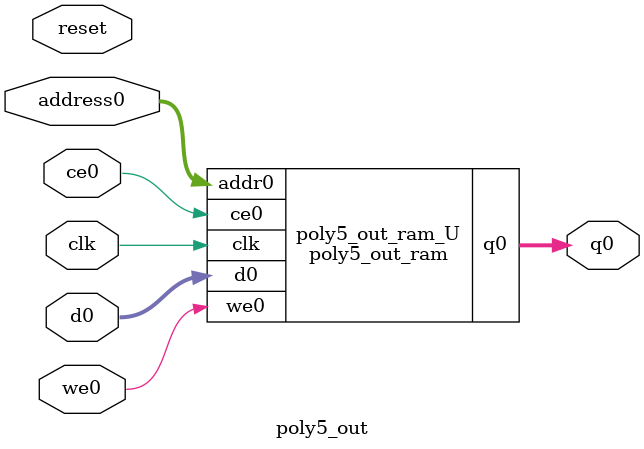
<source format=v>
`timescale 1 ns / 1 ps
module poly5_out_ram (addr0, ce0, d0, we0, q0,  clk);

parameter DWIDTH = 32;
parameter AWIDTH = 24;
parameter MEM_SIZE = 16777216;

input[AWIDTH-1:0] addr0;
input ce0;
input[DWIDTH-1:0] d0;
input we0;
output wire[DWIDTH-1:0] q0;
input clk;

(* ram_style = "block" *)reg [DWIDTH-1:0] ram[0:MEM_SIZE-1];
wire [AWIDTH-1:0] addr0_t0; 
reg [AWIDTH-1:0] addr0_t1; 
wire [DWIDTH-1:0] d0_t0; 
wire we0_t0; 
reg [DWIDTH-1:0] d0_t1; 
reg we0_t1; 
reg [DWIDTH-1:0] q0_t0;
reg [DWIDTH-1:0] q0_t1;


assign addr0_t0 = addr0;
assign d0_t0 = d0;
assign we0_t0 = we0;
assign q0 = q0_t1;

always @(posedge clk)  
begin
    if (ce0) 
    begin
        addr0_t1 <= addr0_t0; 
        d0_t1 <= d0_t0;
        we0_t1 <= we0_t0;
        q0_t1 <= q0_t0;
    end
end


always @(posedge clk)  
begin 
    if (ce0) 
    begin
        if (we0_t1) 
        begin 
            ram[addr0_t1] <= d0_t1; 
        end 
        q0_t0 <= ram[addr0_t1];
    end
end


endmodule

`timescale 1 ns / 1 ps
module poly5_out(
    reset,
    clk,
    address0,
    ce0,
    we0,
    d0,
    q0);

parameter DataWidth = 32'd32;
parameter AddressRange = 32'd16777216;
parameter AddressWidth = 32'd24;
input reset;
input clk;
input[AddressWidth - 1:0] address0;
input ce0;
input we0;
input[DataWidth - 1:0] d0;
output[DataWidth - 1:0] q0;



poly5_out_ram poly5_out_ram_U(
    .clk( clk ),
    .addr0( address0 ),
    .ce0( ce0 ),
    .we0( we0 ),
    .d0( d0 ),
    .q0( q0 ));

endmodule


</source>
